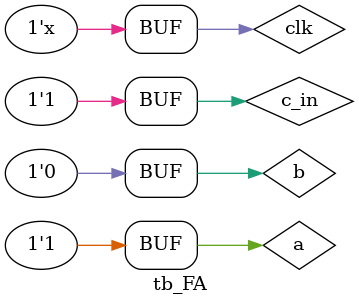
<source format=v>
`timescale 1ns / 1ps


module tb_FA(

    );
    
	// Inputs
	reg a;
	reg b;
	reg c_in;
	
	reg clk;

	// Outputs
	wire c_out;
	wire sum;
	wire c_out_verify;
	wire sum_verify;
	wire error_flag;


	// Instantiate the Unit Under Test (UUT)
	FA FA (
		.c_out(c_out), 
		.sum(sum), 
		.a(a), 
		.b(b), 
		.c_in(c_in)
	);
	
	// Verification module
	Verification_1bit Verification (
		.c_out(c_out_verify), 
		.sum(sum_verify), 
		.a(a), 
		.b(b), 
		.c_in(c_in)
	);
	
	// Assign Error_flag
	assign error_flag = (c_out != c_out_verify || sum != sum_verify);
	
	// Verification logic
	always@(posedge clk)
		begin
		if(error_flag)
			// Use $display here instead of $monitor
			// $monitor will display the message whenever there's a change of a, b, c_in
			// $display will only display once when it's been executed
			$display("Error occurs when a = %d, b = %d, c_in = %d\n", a, b, c_in);
		end
		
	// Derfine clk signal for Verfication purpose
	always #5 clk = ~clk;

	initial begin
		// Initialize Inputs
		clk = 0;
		
		a = 0;
		b = 0;
		c_in = 1;

		// Wait 10 ns
		#10;
		a = 1;
		b = 0;
		c_in = 1;

	end

endmodule

</source>
